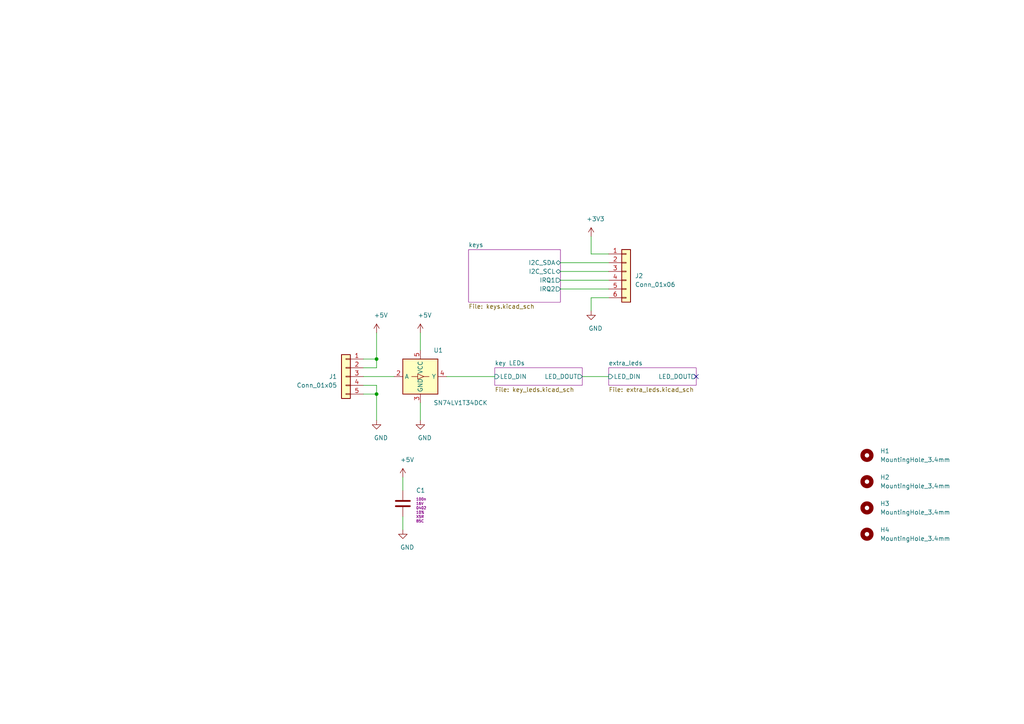
<source format=kicad_sch>
(kicad_sch (version 20201015) (generator eeschema)
  (paper "A4")
  (lib_symbols
    (symbol "Connector_Generic:Conn_01x05" (pin_names (offset 1.016) hide)
      (property "Reference" "J" (at 0 7.62 0))
      (property "Value" "Conn_01x05" (at 0 -7.62 0))
      (symbol "Conn_01x05_1_1"
        (rectangle (start -1.27 -4.953) (end 0 -5.207) (stroke (width 0.1524)))
        (rectangle (start -1.27 -2.413) (end 0 -2.667) (stroke (width 0.1524)))
        (rectangle (start -1.27 2.667) (end 0 2.413) (stroke (width 0.1524)))
        (rectangle (start -1.27 5.207) (end 0 4.953) (stroke (width 0.1524)))
        (rectangle (start -1.27 6.35) (end 1.27 -6.35) (stroke (width 0.254)) (fill (type background)))
        (rectangle (start -1.27 0.127) (end 0 -0.127) (stroke (width 0.1524)))
        (pin passive line (at -5.08 5.08 0) (length 3.81) (name "Pin_1") (number "1"))
        (pin passive line (at -5.08 2.54 0) (length 3.81) (name "Pin_2") (number "2"))
        (pin passive line (at -5.08 0 0) (length 3.81) (name "Pin_3") (number "3"))
        (pin passive line (at -5.08 -2.54 0) (length 3.81) (name "Pin_4") (number "4"))
        (pin passive line (at -5.08 -5.08 0) (length 3.81) (name "Pin_5") (number "5"))
      )
    )
    (symbol "Connector_Generic:Conn_01x06" (pin_names (offset 1.016) hide)
      (property "Reference" "J" (at 0 7.62 0))
      (property "Value" "Conn_01x06" (at 0 -10.16 0))
      (symbol "Conn_01x06_1_1"
        (rectangle (start -1.27 -4.953) (end 0 -5.207) (stroke (width 0.1524)))
        (rectangle (start -1.27 -7.493) (end 0 -7.747) (stroke (width 0.1524)))
        (rectangle (start -1.27 -2.413) (end 0 -2.667) (stroke (width 0.1524)))
        (rectangle (start -1.27 2.667) (end 0 2.413) (stroke (width 0.1524)))
        (rectangle (start -1.27 5.207) (end 0 4.953) (stroke (width 0.1524)))
        (rectangle (start -1.27 6.35) (end 1.27 -8.89) (stroke (width 0.254)) (fill (type background)))
        (rectangle (start -1.27 0.127) (end 0 -0.127) (stroke (width 0.1524)))
        (pin passive line (at -5.08 5.08 0) (length 3.81) (name "Pin_1") (number "1"))
        (pin passive line (at -5.08 2.54 0) (length 3.81) (name "Pin_2") (number "2"))
        (pin passive line (at -5.08 0 0) (length 3.81) (name "Pin_3") (number "3"))
        (pin passive line (at -5.08 -2.54 0) (length 3.81) (name "Pin_4") (number "4"))
        (pin passive line (at -5.08 -5.08 0) (length 3.81) (name "Pin_5") (number "5"))
        (pin passive line (at -5.08 -7.62 0) (length 3.81) (name "Pin_6") (number "6"))
      )
    )
    (symbol "Logic_LevelTranslator:SN74LV1T34DCK"
      (property "Reference" "U" (at 5.08 6.35 0))
      (property "Value" "SN74LV1T34DCK" (at 5.08 3.81 0))
      (symbol "SN74LV1T34DCK_0_1"
        (rectangle (start -5.08 5.08) (end 5.08 -5.08) (stroke (width 0.254)) (fill (type background)))
        (polyline (pts (xy -0.762 0) (xy -2.54 0)))
        (polyline (pts (xy 1.016 0) (xy 2.54 0)))
      )
      (symbol "SN74LV1T34DCK_1_1"
        (polyline (pts (xy -0.762 -0.762) (xy -0.762 0.762) (xy 1.016 0) (xy -0.762 -0.762)))
        (pin unconnected line (at -5.08 2.54 0) (length 2.54) hide (name "NC") (number "1"))
        (pin input line (at -7.62 0 0) (length 2.54) (name "A") (number "2"))
        (pin power_in line (at 0 -7.62 90) (length 2.54) (name "GND") (number "3"))
        (pin output line (at 7.62 0 180) (length 2.54) (name "Y") (number "4"))
        (pin power_in line (at 0 7.62 270) (length 2.54) (name "VCC") (number "5"))
      )
    )
    (symbol "jer_Samsung_MLCC_0402:C,100n,16V,0402,10%,X5R,85C" (pin_numbers hide) (pin_names (offset 0.254))
      (property "Reference" "C" (at 0.635 2.54 0))
      (property "P0_Value" "100n" (at 3.302 0.762 0))
      (property "P1_Voltage" "16V" (at 3.302 -0.254 0))
      (property "P2_Package" "0402" (at 3.302 -1.27 0))
      (property "P3_Tolerance" "10%" (at 3.302 -2.286 0))
      (property "P4_Tempco" "X5R" (at 3.302 -3.302 0))
      (property "P5_Maxtemp" "85C" (at 3.302 -4.318 0))
      (symbol "C,100n,16V,0402,10%,X5R,85C_0_1"
        (polyline (pts (xy -2.032 -0.762) (xy 2.032 -0.762)) (stroke (width 0.508)))
        (polyline (pts (xy -2.032 0.762) (xy 2.032 0.762)) (stroke (width 0.508)))
      )
      (symbol "C,100n,16V,0402,10%,X5R,85C_1_1"
        (pin passive line (at 0 3.81 270) (length 2.794) (name "~") (number "1"))
        (pin passive line (at 0 -3.81 90) (length 2.794) (name "~") (number "2"))
      )
    )
    (symbol "jer_mounting_hole:MountingHole_3.4mm" (pin_names (offset 1.016))
      (property "Reference" "H" (at 0 3.81 0))
      (property "Value" "MountingHole_3.4mm" (at 0 -3.81 0))
      (symbol "MountingHole_3.4mm_0_1"
        (circle (center 0 0) (radius 1.27) (stroke (width 1.27)))
      )
    )
    (symbol "power:+3V3" (power) (pin_names (offset 0))
      (property "Value" "+3V3" (at 0 3.556 0))
      (symbol "+3V3_0_1"
        (polyline (pts (xy -0.762 1.27) (xy 0 2.54)))
        (polyline (pts (xy 0 0) (xy 0 2.54)))
        (polyline (pts (xy 0 2.54) (xy 0.762 1.27)))
      )
      (symbol "+3V3_1_1"
        (pin power_in line (at 0 0 90) (length 0) hide (name "+3V3") (number "1"))
      )
    )
    (symbol "power:+5V" (power) (pin_names (offset 0))
      (property "Value" "+5V" (at 0 3.556 0))
      (symbol "+5V_0_1"
        (polyline (pts (xy -0.762 1.27) (xy 0 2.54)))
        (polyline (pts (xy 0 0) (xy 0 2.54)))
        (polyline (pts (xy 0 2.54) (xy 0.762 1.27)))
      )
      (symbol "+5V_1_1"
        (pin power_in line (at 0 0 90) (length 0) hide (name "+5V") (number "1"))
      )
    )
    (symbol "power:GND" (power) (pin_names (offset 0))
      (property "Value" "GND" (at 0 -3.81 0))
      (symbol "GND_0_1"
        (polyline (pts (xy 0 0) (xy 0 -1.27) (xy 1.27 -1.27) (xy 0 -2.54) (xy -1.27 -1.27) (xy 0 -1.27)))
      )
      (symbol "GND_1_1"
        (pin power_in line (at 0 0 270) (length 0) hide (name "GND") (number "1"))
      )
    )
  )
  (junction (at 109.22 104.14) (diameter 0.9144))
  (junction (at 109.22 114.3) (diameter 0.9144))
  (no_connect (at 201.93 109.22))
  (wire (pts (xy 105.41 104.14) (xy 109.22 104.14)))
  (wire (pts (xy 105.41 106.68) (xy 109.22 106.68)))
  (wire (pts (xy 105.41 109.22) (xy 114.3 109.22)))
  (wire (pts (xy 105.41 111.76) (xy 109.22 111.76)))
  (wire (pts (xy 109.22 96.52) (xy 109.22 104.14)))
  (wire (pts (xy 109.22 104.14) (xy 109.22 106.68)))
  (wire (pts (xy 109.22 111.76) (xy 109.22 114.3)))
  (wire (pts (xy 109.22 114.3) (xy 105.41 114.3)))
  (wire (pts (xy 109.22 114.3) (xy 109.22 121.92)))
  (wire (pts (xy 116.84 138.43) (xy 116.84 142.24)))
  (wire (pts (xy 116.84 149.86) (xy 116.84 153.67)))
  (wire (pts (xy 121.92 96.52) (xy 121.92 101.6)))
  (wire (pts (xy 121.92 116.84) (xy 121.92 121.92)))
  (wire (pts (xy 129.54 109.22) (xy 143.51 109.22)))
  (wire (pts (xy 162.56 76.2) (xy 176.53 76.2)))
  (wire (pts (xy 162.56 78.74) (xy 176.53 78.74)))
  (wire (pts (xy 162.56 81.28) (xy 176.53 81.28)))
  (wire (pts (xy 162.56 83.82) (xy 176.53 83.82)))
  (wire (pts (xy 168.91 109.22) (xy 176.53 109.22)))
  (wire (pts (xy 171.45 68.58) (xy 171.45 73.66)))
  (wire (pts (xy 171.45 73.66) (xy 176.53 73.66)))
  (wire (pts (xy 171.45 86.36) (xy 176.53 86.36)))
  (wire (pts (xy 171.45 90.17) (xy 171.45 86.36)))
  (symbol (lib_id "power:+5V") (at 109.22 96.52 0) (unit 1)
    (property "Reference" "#PWR01" (effects hide))
    (property "Value" "+5V" (at 110.49 91.44 0))
  )
  (symbol (lib_id "power:+5V") (at 116.84 138.43 0) (unit 1)
    (property "Reference" "#PWR03" (effects hide))
    (property "Value" "+5V" (at 118.11 133.35 0))
  )
  (symbol (lib_id "power:+5V") (at 121.92 96.52 0) (unit 1)
    (property "Reference" "#PWR05" (effects hide))
    (property "Value" "+5V" (at 123.19 91.44 0))
  )
  (symbol (lib_id "power:+3V3") (at 171.45 68.58 0) (unit 1)
    (property "Reference" "#PWR07" (effects hide))
    (property "Value" "+3V3" (at 172.72 63.5 0))
  )
  (symbol (lib_id "power:GND") (at 109.22 121.92 0) (unit 1)
    (property "Reference" "#PWR02" (effects hide))
    (property "Value" "GND" (at 110.49 127 0))
  )
  (symbol (lib_id "power:GND") (at 116.84 153.67 0) (unit 1)
    (property "Reference" "#PWR04" (effects hide))
    (property "Value" "GND" (at 118.11 158.75 0))
  )
  (symbol (lib_id "power:GND") (at 121.92 121.92 0) (unit 1)
    (property "Reference" "#PWR06" (effects hide))
    (property "Value" "GND" (at 123.19 127 0))
  )
  (symbol (lib_id "power:GND") (at 171.45 90.17 0) (unit 1)
    (property "Reference" "#PWR08" (effects hide))
    (property "Value" "GND" (at 172.72 95.25 0))
  )
  (symbol (lib_id "jer_mounting_hole:MountingHole_3.4mm") (at 251.46 132.08 0) (unit 1)
    (property "Reference" "H1" (at 255.27 130.81 0) (effects (justify left)))
    (property "Value" "MountingHole_3.4mm" (at 255.27 133.35 0) (effects (justify left)))
    (property "Footprint" "jer_mounting_holes:MountingHole_3.4mm" (effects hide))
  )
  (symbol (lib_id "jer_mounting_hole:MountingHole_3.4mm") (at 251.46 139.7 0) (unit 1)
    (property "Reference" "H2" (at 255.27 138.43 0) (effects (justify left)))
    (property "Value" "MountingHole_3.4mm" (at 255.27 140.97 0) (effects (justify left)))
    (property "Footprint" "jer_mounting_holes:MountingHole_3.4mm" (effects hide))
  )
  (symbol (lib_id "jer_mounting_hole:MountingHole_3.4mm") (at 251.46 147.32 0) (unit 1)
    (property "Reference" "H3" (at 255.27 146.05 0) (effects (justify left)))
    (property "Value" "MountingHole_3.4mm" (at 255.27 148.59 0) (effects (justify left)))
    (property "Footprint" "jer_mounting_holes:MountingHole_3.4mm" (effects hide))
  )
  (symbol (lib_id "jer_mounting_hole:MountingHole_3.4mm") (at 251.46 154.94 0) (unit 1)
    (property "Reference" "H4" (at 255.27 153.67 0) (effects (justify left)))
    (property "Value" "MountingHole_3.4mm" (at 255.27 156.21 0) (effects (justify left)))
    (property "Footprint" "jer_mounting_holes:MountingHole_3.4mm" (effects hide))
  )
  (symbol (lib_id "jer_Samsung_MLCC_0402:C,100n,16V,0402,10%,X5R,85C") (at 116.84 146.05 0) (unit 1)
    (property "Reference" "C1" (at 120.65 142.24 0) (effects (justify left)))
    (property "Value" "C,100n,16V,0402,10%,X5R,85C" (effects hide))
    (property "Footprint" "Capacitor_SMD:C_0402_1005Metric" (effects hide))
    (property "P0_Value" "100n" (at 120.65 144.78 0) (effects (font (size 0.762 0.762)) (justify left)))
    (property "P1_Voltage" "16V" (at 120.65 146.05 0) (effects (font (size 0.762 0.762)) (justify left)))
    (property "P2_Package" "0402" (at 120.65 147.32 0) (effects (font (size 0.762 0.762)) (justify left)))
    (property "P3_Tolerance" "10%" (at 120.65 148.59 0) (effects (font (size 0.762 0.762)) (justify left)))
    (property "P4_Tempco" "X5R" (at 120.65 149.86 0) (effects (font (size 0.762 0.762)) (justify left)))
    (property "P5_Maxtemp" "85C" (at 120.65 151.13 0) (effects (font (size 0.762 0.762)) (justify left)))
    (property "MFG" "Samsung" (effects hide))
    (property "MFG PN" "CL05A104KO5NNNC" (effects hide))
    (property "Digikey" "1276-1234-1-ND" (effects hide))
  )
  (symbol (lib_id "Connector_Generic:Conn_01x05") (at 100.33 109.22 0) (mirror y) (unit 1)
    (property "Reference" "J1" (at 97.79 109.22 0) (effects (justify left)))
    (property "Value" "Conn_01x05" (at 97.79 111.76 0) (effects (justify left)))
    (property "Footprint" "Connector_Molex:Molex_KK-254_AE-6410-05A_1x05_P2.54mm_Vertical" (effects hide))
  )
  (symbol (lib_id "Connector_Generic:Conn_01x06") (at 181.61 78.74 0) (unit 1)
    (property "Reference" "J2" (at 184.15 80.01 0) (effects (justify left)))
    (property "Value" "Conn_01x06" (at 184.15 82.55 0) (effects (justify left)))
    (property "Footprint" "Connector_Molex:Molex_KK-254_AE-6410-06A_1x06_P2.54mm_Vertical" (effects hide))
  )
  (symbol (lib_id "Logic_LevelTranslator:SN74LV1T34DCK") (at 121.92 109.22 0) (unit 1)
    (property "Reference" "U1" (at 125.73 101.6 0) (effects (justify left)))
    (property "Value" "SN74LV1T34DCK" (at 125.73 116.84 0) (effects (justify left)))
    (property "Footprint" "Package_TO_SOT_SMD:SOT-353_SC-70-5" (effects hide))
    (property "Datasheet" "https://www.ti.com/lit/ds/symlink/sn74lv1t34.pdf" (effects hide))
  )
  (sheet (at 176.53 106.68) (size 25.4 5.08) (stroke (width 0.001) (color 132 0 132 1)) (fill (color 255 255 255 0.0000))
    (property "Sheet name" "extra_leds" (at 176.53 106.0441 0) (effects (justify left bottom)))
    (property "Sheet file" "extra_leds.kicad_sch" (at 176.53 112.2689 0) (effects (justify left top)))
    (pin "LED_DOUT" output (at 201.93 109.22 0))
    (pin "LED_DIN" input (at 176.53 109.22 180))
  )
  (sheet (at 143.51 106.68) (size 25.4 5.08) (stroke (width 0.001) (color 132 0 132 1)) (fill (color 255 255 255 0.0000))
    (property "Sheet name" "key LEDs" (at 143.51 106.0441 0) (effects (justify left bottom)))
    (property "Sheet file" "key_leds.kicad_sch" (at 143.51 112.2689 0) (effects (justify left top)))
    (pin "LED_DIN" input (at 143.51 109.22 180))
    (pin "LED_DOUT" output (at 168.91 109.22 0))
  )
  (sheet (at 135.89 72.39) (size 26.67 15.24) (stroke (width 0.001) (color 132 0 132 1)) (fill (color 255 255 255 0.0000))
    (property "Sheet name" "keys" (at 135.89 71.7541 0) (effects (justify left bottom)))
    (property "Sheet file" "keys.kicad_sch" (at 135.89 88.1389 0) (effects (justify left top)))
    (pin "IRQ1" output (at 162.56 81.28 0))
    (pin "IRQ2" output (at 162.56 83.82 0))
    (pin "I2C_SCL" bidirectional (at 162.56 78.74 0))
    (pin "I2C_SDA" bidirectional (at 162.56 76.2 0))
  )
)
</source>
